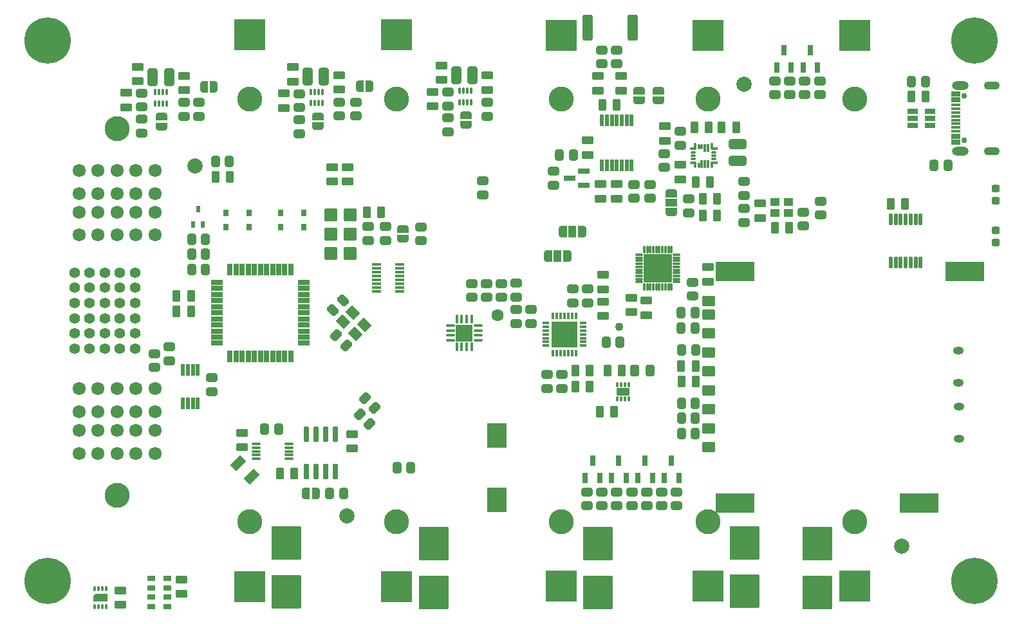
<source format=gbr>
%TF.GenerationSoftware,KiCad,Pcbnew,7.0.9-7.0.9~ubuntu23.04.1*%
%TF.CreationDate,2023-12-01T00:09:38+00:00*%
%TF.ProjectId,BATDATUNIT01,42415444-4154-4554-9e49-5430312e6b69,01A*%
%TF.SameCoordinates,Original*%
%TF.FileFunction,Soldermask,Bot*%
%TF.FilePolarity,Negative*%
%FSLAX46Y46*%
G04 Gerber Fmt 4.6, Leading zero omitted, Abs format (unit mm)*
G04 Created by KiCad (PCBNEW 7.0.9-7.0.9~ubuntu23.04.1) date 2023-12-01 00:09:38*
%MOMM*%
%LPD*%
G01*
G04 APERTURE LIST*
G04 Aperture macros list*
%AMRoundRect*
0 Rectangle with rounded corners*
0 $1 Rounding radius*
0 $2 $3 $4 $5 $6 $7 $8 $9 X,Y pos of 4 corners*
0 Add a 4 corners polygon primitive as box body*
4,1,4,$2,$3,$4,$5,$6,$7,$8,$9,$2,$3,0*
0 Add four circle primitives for the rounded corners*
1,1,$1+$1,$2,$3*
1,1,$1+$1,$4,$5*
1,1,$1+$1,$6,$7*
1,1,$1+$1,$8,$9*
0 Add four rect primitives between the rounded corners*
20,1,$1+$1,$2,$3,$4,$5,0*
20,1,$1+$1,$4,$5,$6,$7,0*
20,1,$1+$1,$6,$7,$8,$9,0*
20,1,$1+$1,$8,$9,$2,$3,0*%
%AMFreePoly0*
4,1,35,0.585355,0.785355,0.600000,0.750000,0.600000,-0.750000,0.585355,-0.785355,0.550000,-0.800000,0.000000,-0.800000,-0.012286,-0.794911,-0.071157,-0.794911,-0.085244,-0.792886,-0.221795,-0.752791,-0.234740,-0.746879,-0.354462,-0.669938,-0.365217,-0.660618,-0.458414,-0.553063,-0.466109,-0.541091,-0.525228,-0.411637,-0.529237,-0.397982,-0.549491,-0.257116,-0.550000,-0.250000,-0.550000,0.250000,
-0.549491,0.257116,-0.529237,0.397982,-0.525228,0.411637,-0.466109,0.541091,-0.458414,0.553063,-0.365217,0.660618,-0.354462,0.669938,-0.234740,0.746879,-0.221795,0.752791,-0.085244,0.792886,-0.071157,0.794911,-0.012286,0.794911,0.000000,0.800000,0.550000,0.800000,0.585355,0.785355,0.585355,0.785355,$1*%
%AMFreePoly1*
4,1,35,0.012286,0.794911,0.071157,0.794911,0.085244,0.792886,0.221795,0.752791,0.234740,0.746879,0.354462,0.669938,0.365217,0.660618,0.458414,0.553063,0.466109,0.541091,0.525228,0.411637,0.529237,0.397982,0.549491,0.257116,0.550000,0.250000,0.550000,-0.250000,0.549491,-0.257116,0.529237,-0.397982,0.525228,-0.411637,0.466109,-0.541091,0.458414,-0.553063,0.365217,-0.660618,
0.354462,-0.669938,0.234740,-0.746879,0.221795,-0.752791,0.085244,-0.792886,0.071157,-0.794911,0.012286,-0.794911,0.000000,-0.800000,-0.550000,-0.800000,-0.585355,-0.785355,-0.600000,-0.750000,-0.600000,0.750000,-0.585355,0.785355,-0.550000,0.800000,0.000000,0.800000,0.012286,0.794911,0.012286,0.794911,$1*%
%AMFreePoly2*
4,1,35,0.535355,0.785355,0.550000,0.750000,0.550000,-0.750000,0.535355,-0.785355,0.500000,-0.800000,0.000000,-0.800000,-0.012286,-0.794911,-0.071157,-0.794911,-0.085244,-0.792886,-0.221795,-0.752791,-0.234740,-0.746879,-0.354462,-0.669938,-0.365217,-0.660618,-0.458414,-0.553063,-0.466109,-0.541091,-0.525228,-0.411637,-0.529237,-0.397982,-0.549491,-0.257116,-0.550000,-0.250000,-0.550000,0.250000,
-0.549491,0.257116,-0.529237,0.397982,-0.525228,0.411637,-0.466109,0.541091,-0.458414,0.553063,-0.365217,0.660618,-0.354462,0.669938,-0.234740,0.746879,-0.221795,0.752791,-0.085244,0.792886,-0.071157,0.794911,-0.012286,0.794911,0.000000,0.800000,0.500000,0.800000,0.535355,0.785355,0.535355,0.785355,$1*%
%AMFreePoly3*
4,1,35,0.012286,0.794911,0.071157,0.794911,0.085244,0.792886,0.221795,0.752791,0.234740,0.746879,0.354462,0.669938,0.365217,0.660618,0.458414,0.553063,0.466109,0.541091,0.525228,0.411637,0.529237,0.397982,0.549491,0.257116,0.550000,0.250000,0.550000,-0.250000,0.549491,-0.257116,0.529237,-0.397982,0.525228,-0.411637,0.466109,-0.541091,0.458414,-0.553063,0.365217,-0.660618,
0.354462,-0.669938,0.234740,-0.746879,0.221795,-0.752791,0.085244,-0.792886,0.071157,-0.794911,0.012286,-0.794911,0.000000,-0.800000,-0.500000,-0.800000,-0.535355,-0.785355,-0.550000,-0.750000,-0.550000,0.750000,-0.535355,0.785355,-0.500000,0.800000,0.000000,0.800000,0.012286,0.794911,0.012286,0.794911,$1*%
%AMFreePoly4*
4,1,14,0.535355,0.885355,0.550000,0.850000,0.550000,-0.850000,0.535355,-0.885355,0.500000,-0.900000,-0.200000,-0.900000,-0.235355,-0.885355,-0.535355,-0.585355,-0.550000,-0.550000,-0.550000,0.850000,-0.535355,0.885355,-0.500000,0.900000,0.500000,0.900000,0.535355,0.885355,0.535355,0.885355,$1*%
G04 Aperture macros list end*
%ADD10C,3.300000*%
%ADD11RoundRect,0.050000X2.000000X-2.000000X2.000000X2.000000X-2.000000X2.000000X-2.000000X-2.000000X0*%
%ADD12C,6.100000*%
%ADD13O,1.400000X1.000000*%
%ADD14C,1.400000*%
%ADD15C,1.720000*%
%ADD16RoundRect,0.300000X0.450000X-0.262500X0.450000X0.262500X-0.450000X0.262500X-0.450000X-0.262500X0*%
%ADD17RoundRect,0.300000X-0.262500X-0.450000X0.262500X-0.450000X0.262500X0.450000X-0.262500X0.450000X0*%
%ADD18RoundRect,0.050000X0.475000X0.275000X-0.475000X0.275000X-0.475000X-0.275000X0.475000X-0.275000X0*%
%ADD19RoundRect,0.300000X0.475000X-0.250000X0.475000X0.250000X-0.475000X0.250000X-0.475000X-0.250000X0*%
%ADD20RoundRect,0.200000X0.150000X-0.512500X0.150000X0.512500X-0.150000X0.512500X-0.150000X-0.512500X0*%
%ADD21RoundRect,0.300000X0.375000X0.850000X-0.375000X0.850000X-0.375000X-0.850000X0.375000X-0.850000X0*%
%ADD22RoundRect,0.300000X-0.503814X-0.132583X-0.132583X-0.503814X0.503814X0.132583X0.132583X0.503814X0*%
%ADD23FreePoly0,0.000000*%
%ADD24RoundRect,0.050000X-0.500000X-0.750000X0.500000X-0.750000X0.500000X0.750000X-0.500000X0.750000X0*%
%ADD25FreePoly1,0.000000*%
%ADD26RoundRect,0.050000X-0.300000X-0.350000X0.300000X-0.350000X0.300000X0.350000X-0.300000X0.350000X0*%
%ADD27RoundRect,0.100000X-0.100000X0.285000X-0.100000X-0.285000X0.100000X-0.285000X0.100000X0.285000X0*%
%ADD28RoundRect,0.200000X-0.512500X-0.150000X0.512500X-0.150000X0.512500X0.150000X-0.512500X0.150000X0*%
%ADD29RoundRect,0.300000X-0.450000X0.262500X-0.450000X-0.262500X0.450000X-0.262500X0.450000X0.262500X0*%
%ADD30RoundRect,0.050000X-1.905000X2.120000X-1.905000X-2.120000X1.905000X-2.120000X1.905000X2.120000X0*%
%ADD31RoundRect,0.300000X-0.362500X-1.425000X0.362500X-1.425000X0.362500X1.425000X-0.362500X1.425000X0*%
%ADD32FreePoly2,270.000000*%
%ADD33FreePoly3,270.000000*%
%ADD34RoundRect,0.125000X0.462500X0.075000X-0.462500X0.075000X-0.462500X-0.075000X0.462500X-0.075000X0*%
%ADD35RoundRect,0.125000X0.075000X0.462500X-0.075000X0.462500X-0.075000X-0.462500X0.075000X-0.462500X0*%
%ADD36RoundRect,0.050000X1.075000X1.075000X-1.075000X1.075000X-1.075000X-1.075000X1.075000X-1.075000X0*%
%ADD37RoundRect,0.300000X0.250000X0.475000X-0.250000X0.475000X-0.250000X-0.475000X0.250000X-0.475000X0*%
%ADD38C,0.750000*%
%ADD39RoundRect,0.050000X-0.575000X0.300000X-0.575000X-0.300000X0.575000X-0.300000X0.575000X0.300000X0*%
%ADD40RoundRect,0.050000X-0.575000X0.150000X-0.575000X-0.150000X0.575000X-0.150000X0.575000X0.150000X0*%
%ADD41O,2.100000X1.100000*%
%ADD42O,2.200000X1.150000*%
%ADD43RoundRect,0.300000X-0.325000X-0.450000X0.325000X-0.450000X0.325000X0.450000X-0.325000X0.450000X0*%
%ADD44RoundRect,0.050000X-0.525000X0.150000X-0.525000X-0.150000X0.525000X-0.150000X0.525000X0.150000X0*%
%ADD45C,1.600000*%
%ADD46C,2.000000*%
%ADD47RoundRect,0.300000X0.850000X-0.375000X0.850000X0.375000X-0.850000X0.375000X-0.850000X-0.375000X0*%
%ADD48RoundRect,0.300000X-0.475000X0.250000X-0.475000X-0.250000X0.475000X-0.250000X0.475000X0.250000X0*%
%ADD49RoundRect,0.300000X-0.250000X-0.475000X0.250000X-0.475000X0.250000X0.475000X-0.250000X0.475000X0*%
%ADD50RoundRect,0.300000X0.262500X0.450000X-0.262500X0.450000X-0.262500X-0.450000X0.262500X-0.450000X0*%
%ADD51FreePoly2,90.000000*%
%ADD52FreePoly3,90.000000*%
%ADD53RoundRect,0.050000X-0.919239X0.070711X0.070711X-0.919239X0.919239X-0.070711X-0.070711X0.919239X0*%
%ADD54RoundRect,0.050000X0.125000X-0.250000X0.125000X0.250000X-0.125000X0.250000X-0.125000X-0.250000X0*%
%ADD55RoundRect,0.050000X0.800000X-0.450000X0.800000X0.450000X-0.800000X0.450000X-0.800000X-0.450000X0*%
%ADD56FreePoly0,180.000000*%
%ADD57RoundRect,0.050000X0.500000X0.750000X-0.500000X0.750000X-0.500000X-0.750000X0.500000X-0.750000X0*%
%ADD58FreePoly1,180.000000*%
%ADD59RoundRect,0.200000X0.150000X-0.825000X0.150000X0.825000X-0.150000X0.825000X-0.150000X-0.825000X0*%
%ADD60RoundRect,0.050000X0.225000X0.725000X-0.225000X0.725000X-0.225000X-0.725000X0.225000X-0.725000X0*%
%ADD61C,1.100000*%
%ADD62RoundRect,0.050000X0.300000X0.350000X-0.300000X0.350000X-0.300000X-0.350000X0.300000X-0.350000X0*%
%ADD63RoundRect,0.050000X0.800000X0.600000X-0.800000X0.600000X-0.800000X-0.600000X0.800000X-0.600000X0*%
%ADD64RoundRect,0.050000X-0.800000X0.600000X-0.800000X-0.600000X0.800000X-0.600000X0.800000X0.600000X0*%
%ADD65RoundRect,0.050000X2.500000X1.250000X-2.500000X1.250000X-2.500000X-1.250000X2.500000X-1.250000X0*%
%ADD66FreePoly0,90.000000*%
%ADD67RoundRect,0.050000X0.750000X-0.500000X0.750000X0.500000X-0.750000X0.500000X-0.750000X-0.500000X0*%
%ADD68FreePoly1,90.000000*%
%ADD69RoundRect,0.112500X0.062500X-0.337500X0.062500X0.337500X-0.062500X0.337500X-0.062500X-0.337500X0*%
%ADD70RoundRect,0.112500X0.337500X-0.062500X0.337500X0.062500X-0.337500X0.062500X-0.337500X-0.062500X0*%
%ADD71RoundRect,0.050000X1.675000X-1.675000X1.675000X1.675000X-1.675000X1.675000X-1.675000X-1.675000X0*%
%ADD72RoundRect,0.050000X0.225000X0.350000X-0.225000X0.350000X-0.225000X-0.350000X0.225000X-0.350000X0*%
%ADD73RoundRect,0.050000X0.225000X-0.725000X0.225000X0.725000X-0.225000X0.725000X-0.225000X-0.725000X0*%
%ADD74RoundRect,0.100000X-0.337500X0.050000X-0.337500X-0.050000X0.337500X-0.050000X0.337500X0.050000X0*%
%ADD75RoundRect,0.100000X0.050000X0.337500X-0.050000X0.337500X-0.050000X-0.337500X0.050000X-0.337500X0*%
%ADD76RoundRect,0.100000X-0.262500X0.050000X-0.262500X-0.050000X0.262500X-0.050000X0.262500X0.050000X0*%
%ADD77RoundRect,0.100000X0.337500X-0.050000X0.337500X0.050000X-0.337500X0.050000X-0.337500X-0.050000X0*%
%ADD78RoundRect,0.100000X-0.050000X-0.262500X0.050000X-0.262500X0.050000X0.262500X-0.050000X0.262500X0*%
%ADD79RoundRect,0.100000X-0.050000X-0.450000X0.050000X-0.450000X0.050000X0.450000X-0.050000X0.450000X0*%
%ADD80RoundRect,0.100000X-0.050000X-0.337500X0.050000X-0.337500X0.050000X0.337500X-0.050000X0.337500X0*%
%ADD81RoundRect,0.100000X0.362500X-0.050000X0.362500X0.050000X-0.362500X0.050000X-0.362500X-0.050000X0*%
%ADD82RoundRect,0.100000X-0.362500X0.050000X-0.362500X-0.050000X0.362500X-0.050000X0.362500X0.050000X0*%
%ADD83RoundRect,0.050000X1.250000X-1.525000X1.250000X1.525000X-1.250000X1.525000X-1.250000X-1.525000X0*%
%ADD84RoundRect,0.050000X-0.125000X0.275000X-0.125000X-0.275000X0.125000X-0.275000X0.125000X0.275000X0*%
%ADD85RoundRect,0.050000X0.125000X-0.275000X0.125000X0.275000X-0.125000X0.275000X-0.125000X-0.275000X0*%
%ADD86FreePoly4,270.000000*%
%ADD87FreePoly2,180.000000*%
%ADD88FreePoly3,180.000000*%
%ADD89RoundRect,0.300000X-0.512652X-0.159099X-0.159099X-0.512652X0.512652X0.159099X0.159099X0.512652X0*%
%ADD90RoundRect,0.300000X0.250000X-0.200000X0.250000X0.200000X-0.250000X0.200000X-0.250000X-0.200000X0*%
%ADD91RoundRect,0.050000X0.989949X0.282843X0.282843X0.989949X-0.989949X-0.282843X-0.282843X-0.989949X0*%
%ADD92RoundRect,0.200000X0.587500X0.150000X-0.587500X0.150000X-0.587500X-0.150000X0.587500X-0.150000X0*%
%ADD93RoundRect,0.050000X-0.550000X-0.125000X0.550000X-0.125000X0.550000X0.125000X-0.550000X0.125000X0*%
%ADD94RoundRect,0.050000X-0.575000X-0.500000X0.575000X-0.500000X0.575000X0.500000X-0.575000X0.500000X0*%
%ADD95RoundRect,0.050000X-0.762000X-0.762000X0.762000X-0.762000X0.762000X0.762000X-0.762000X0.762000X0*%
%ADD96RoundRect,0.300000X0.159099X-0.512652X0.512652X-0.159099X-0.159099X0.512652X-0.512652X0.159099X0*%
%ADD97RoundRect,0.050000X-0.425000X0.100000X-0.425000X-0.100000X0.425000X-0.100000X0.425000X0.100000X0*%
%ADD98RoundRect,0.050000X-0.100000X-0.425000X0.100000X-0.425000X0.100000X0.425000X-0.100000X0.425000X0*%
%ADD99RoundRect,0.050000X-1.800000X-1.800000X1.800000X-1.800000X1.800000X1.800000X-1.800000X1.800000X0*%
%ADD100RoundRect,0.150000X0.100000X-0.637500X0.100000X0.637500X-0.100000X0.637500X-0.100000X-0.637500X0*%
%ADD101RoundRect,0.050000X0.750000X0.275000X-0.750000X0.275000X-0.750000X-0.275000X0.750000X-0.275000X0*%
%ADD102RoundRect,0.050000X0.275000X-0.750000X0.275000X0.750000X-0.275000X0.750000X-0.275000X-0.750000X0*%
G04 APERTURE END LIST*
D10*
%TO.C,BT1*%
X36486000Y15116000D03*
X55786000Y15116000D03*
X36486000Y70736000D03*
X55786000Y70736000D03*
D11*
X36486000Y6626000D03*
X36486000Y79226000D03*
X55786000Y6626000D03*
X55786000Y79226000D03*
%TD*%
D12*
%TO.C,H2*%
X131826000Y78486000D03*
%TD*%
D13*
%TO.C,SW3*%
X129736000Y33401000D03*
X129736000Y37651000D03*
%TD*%
D12*
%TO.C,H1*%
X9906000Y78486000D03*
%TD*%
D10*
%TO.C,BT2*%
X77486000Y15121000D03*
X96786000Y15121000D03*
X116086000Y15121000D03*
X77486000Y70731000D03*
X96786000Y70731000D03*
X116086000Y70731000D03*
D11*
X77486000Y6676000D03*
X77486000Y79176000D03*
X96786000Y6676000D03*
X96786000Y79176000D03*
X116086000Y6676000D03*
X116086000Y79176000D03*
%TD*%
D12*
%TO.C,H4*%
X131826000Y7366000D03*
%TD*%
%TO.C,H3*%
X9906000Y7366000D03*
%TD*%
D10*
%TO.C,J4*%
X19036000Y66856000D03*
X19036000Y18646000D03*
D14*
X13436000Y37926000D03*
X13436000Y39926000D03*
X13436000Y41926000D03*
X13436000Y43926000D03*
X13436000Y45926000D03*
X13436000Y47926000D03*
X15436000Y37926000D03*
X15436000Y39926000D03*
X15436000Y41926000D03*
X15436000Y43926000D03*
X15436000Y45926000D03*
X15436000Y47926000D03*
X17436000Y37926000D03*
X17436000Y39926000D03*
X17436000Y41926000D03*
X17436000Y43926000D03*
X17436000Y45926000D03*
X17436000Y47926000D03*
X19436000Y37926000D03*
X19436000Y39926000D03*
X19436000Y41926000D03*
X19436000Y43926000D03*
X19436000Y45926000D03*
X19436000Y47926000D03*
X21436000Y37926000D03*
X21436000Y39926000D03*
X21436000Y41926000D03*
X21436000Y43926000D03*
X21436000Y45926000D03*
X21436000Y47926000D03*
D15*
X24036000Y27146000D03*
X21536000Y27146000D03*
X19036000Y27146000D03*
X16536000Y27146000D03*
X14036000Y27146000D03*
X24036000Y24146000D03*
X21536000Y24146000D03*
X19036000Y24146000D03*
X16536000Y24146000D03*
X14036000Y24146000D03*
X24036000Y32646000D03*
X21536000Y32646000D03*
X19036000Y32646000D03*
X16536000Y32646000D03*
X14036000Y32646000D03*
X24036000Y29646000D03*
X21536000Y29646000D03*
X19036000Y29646000D03*
X16536000Y29646000D03*
X14036000Y29646000D03*
X24036000Y55856000D03*
X21536000Y55856000D03*
X19036000Y55856000D03*
X16536000Y55856000D03*
X14036000Y55856000D03*
X24036000Y52856000D03*
X21536000Y52856000D03*
X19036000Y52856000D03*
X16536000Y52856000D03*
X14036000Y52856000D03*
X24036000Y61356000D03*
X21536000Y61356000D03*
X19036000Y61356000D03*
X16536000Y61356000D03*
X14036000Y61356000D03*
X24036000Y58356000D03*
X21536000Y58356000D03*
X19036000Y58356000D03*
X16536000Y58356000D03*
X14036000Y58356000D03*
%TD*%
D13*
%TO.C,SW1*%
X129836000Y26051000D03*
X129836000Y30301000D03*
%TD*%
D16*
%TO.C,R35*%
X84786000Y17213500D03*
X84786000Y19038500D03*
%TD*%
D17*
%TO.C,R10*%
X93273500Y28726000D03*
X95098500Y28726000D03*
%TD*%
D18*
%TO.C,U9*%
X25659750Y7704750D03*
X25659750Y6454750D03*
X25659750Y5204750D03*
X25659750Y3954750D03*
X23509750Y3954750D03*
X23509750Y5204750D03*
X23509750Y6454750D03*
X23509750Y7704750D03*
%TD*%
D19*
%TO.C,C39*%
X61736000Y73266000D03*
X61736000Y75166000D03*
%TD*%
D20*
%TO.C,Q2*%
X89469330Y20888500D03*
X87569330Y20888500D03*
X88519330Y23163500D03*
%TD*%
D21*
%TO.C,L3*%
X46261000Y73711000D03*
X44111000Y73711000D03*
%TD*%
D22*
%TO.C,R37*%
X50940765Y29271235D03*
X52231235Y27980765D03*
%TD*%
D23*
%TO.C,JP2*%
X75686000Y50126000D03*
D24*
X76986000Y50126000D03*
D25*
X78286000Y50126000D03*
%TD*%
D26*
%TO.C,SW2*%
X33386000Y53901000D03*
X36386000Y53901000D03*
X33386000Y55801000D03*
X36386000Y55801000D03*
%TD*%
D27*
%TO.C,U17*%
X24086000Y71658500D03*
X24586000Y71658500D03*
X25086000Y71658500D03*
X25586000Y71658500D03*
X25586000Y70178500D03*
X25086000Y70178500D03*
X24586000Y70178500D03*
X24086000Y70178500D03*
%TD*%
D28*
%TO.C,U2*%
X123711000Y67276000D03*
X123711000Y68226000D03*
X123711000Y69176000D03*
X125986000Y69176000D03*
X125986000Y68226000D03*
X125986000Y67276000D03*
%TD*%
D29*
%TO.C,R14*%
X101537600Y56357100D03*
X101537600Y54532100D03*
%TD*%
D30*
%TO.C,F3*%
X82309800Y12223800D03*
X82309800Y5853800D03*
%TD*%
D31*
%TO.C,R61*%
X80923500Y80126000D03*
X86848500Y80126000D03*
%TD*%
D32*
%TO.C,JP12*%
X87736000Y71876000D03*
D33*
X87736000Y70576000D03*
%TD*%
D34*
%TO.C,U4*%
X66548500Y40956000D03*
X66548500Y40306000D03*
X66548500Y39656000D03*
X66548500Y39006000D03*
D35*
X65686000Y38143500D03*
X65036000Y38143500D03*
X64386000Y38143500D03*
X63736000Y38143500D03*
D34*
X62873500Y39006000D03*
X62873500Y39656000D03*
X62873500Y40306000D03*
X62873500Y40956000D03*
D35*
X63736000Y41818500D03*
X64386000Y41818500D03*
X65036000Y41818500D03*
X65686000Y41818500D03*
D36*
X64711000Y39981000D03*
%TD*%
D37*
%TO.C,C15*%
X28786000Y42826000D03*
X26886000Y42826000D03*
%TD*%
%TO.C,C35*%
X122686000Y56951000D03*
X120786000Y56951000D03*
%TD*%
D38*
%TO.C,J1*%
X130456000Y71146000D03*
X130456000Y65366000D03*
D39*
X129381000Y71456000D03*
X129381000Y70656000D03*
D40*
X129381000Y69506000D03*
X129381000Y68506000D03*
X129381000Y68006000D03*
X129381000Y67006000D03*
D39*
X129381000Y65056000D03*
X129381000Y65856000D03*
D40*
X129381000Y66506000D03*
X129381000Y67506000D03*
X129381000Y69006000D03*
X129381000Y70006000D03*
D41*
X134136000Y72576000D03*
X134136000Y63936000D03*
D42*
X129956000Y72576000D03*
X129956000Y63936000D03*
%TD*%
D43*
%TO.C,L5*%
X87111000Y35026000D03*
X89161000Y35026000D03*
%TD*%
D37*
%TO.C,C45*%
X84436000Y29576000D03*
X82536000Y29576000D03*
%TD*%
D19*
%TO.C,C24*%
X91086000Y65276000D03*
X91086000Y67176000D03*
%TD*%
D44*
%TO.C,U7*%
X56186000Y48976000D03*
X56186000Y48476000D03*
X56186000Y47976000D03*
X56186000Y47476000D03*
X56186000Y46976000D03*
X56186000Y46476000D03*
X56186000Y45976000D03*
X56186000Y45476000D03*
X53186000Y45476000D03*
X53186000Y45976000D03*
X53186000Y46476000D03*
X53186000Y46976000D03*
X53186000Y47476000D03*
X53186000Y47976000D03*
X53186000Y48476000D03*
X53186000Y48976000D03*
%TD*%
D45*
%TO.C,TP2*%
X69136000Y42326000D03*
%TD*%
D29*
%TO.C,R50*%
X105586000Y73163500D03*
X105586000Y71338500D03*
%TD*%
D16*
%TO.C,R73*%
X50436000Y68536000D03*
X50436000Y70361000D03*
%TD*%
D46*
%TO.C,FID2*%
X49286000Y15926000D03*
%TD*%
D47*
%TO.C,L1*%
X100686000Y62651000D03*
X100686000Y64801000D03*
%TD*%
D48*
%TO.C,C18*%
X27486000Y7529750D03*
X27486000Y5629750D03*
%TD*%
D29*
%TO.C,R52*%
X94236000Y57638500D03*
X94236000Y55813500D03*
%TD*%
D16*
%TO.C,R27*%
X88719332Y17213500D03*
X88719332Y19038500D03*
%TD*%
D48*
%TO.C,C3*%
X96786000Y48626000D03*
X96786000Y46726000D03*
%TD*%
D49*
%TO.C,C6*%
X79336000Y32926000D03*
X81236000Y32926000D03*
%TD*%
D50*
%TO.C,R29*%
X85186000Y38726000D03*
X83361000Y38726000D03*
%TD*%
D51*
%TO.C,JP9*%
X64986000Y67366000D03*
D52*
X64986000Y68666000D03*
%TD*%
D48*
%TO.C,C10*%
X47326000Y61826000D03*
X47326000Y59926000D03*
%TD*%
D49*
%TO.C,C21*%
X31986000Y60516000D03*
X33886000Y60516000D03*
%TD*%
D17*
%TO.C,R44*%
X28836000Y52326000D03*
X30661000Y52326000D03*
%TD*%
D29*
%TO.C,R39*%
X58986000Y53938500D03*
X58986000Y52113500D03*
%TD*%
D46*
%TO.C,FID1*%
X29286000Y61926000D03*
%TD*%
D19*
%TO.C,C20*%
X35486000Y24956000D03*
X35486000Y26856000D03*
%TD*%
D29*
%TO.C,R12*%
X67186000Y59988500D03*
X67186000Y58163500D03*
%TD*%
%TO.C,R38*%
X54386000Y53988500D03*
X54386000Y52163500D03*
%TD*%
D48*
%TO.C,C50*%
X49924800Y26676600D03*
X49924800Y24776600D03*
%TD*%
D20*
%TO.C,Q6*%
X107711000Y74951000D03*
X105811000Y74951000D03*
X106761000Y77226000D03*
%TD*%
D53*
%TO.C,Y2*%
X50013081Y42633081D03*
X51568716Y41077446D03*
X50366635Y39875365D03*
X48811000Y41431000D03*
%TD*%
D29*
%TO.C,R13*%
X101536000Y59893500D03*
X101536000Y58068500D03*
%TD*%
D19*
%TO.C,C29*%
X82286000Y71876000D03*
X82286000Y73776000D03*
%TD*%
D54*
%TO.C,U18*%
X86336000Y31276000D03*
X85836000Y31276000D03*
X85336000Y31276000D03*
X84836000Y31276000D03*
X84836000Y33176000D03*
X85336000Y33176000D03*
X85836000Y33176000D03*
X86336000Y33176000D03*
D55*
X85586000Y32226000D03*
%TD*%
D17*
%TO.C,R9*%
X93273500Y30676000D03*
X95098500Y30676000D03*
%TD*%
D16*
%TO.C,R72*%
X48236000Y68548500D03*
X48236000Y70373500D03*
%TD*%
D29*
%TO.C,R51*%
X109511000Y73138500D03*
X109511000Y71313500D03*
%TD*%
D50*
%TO.C,R6*%
X95048500Y42626000D03*
X93223500Y42626000D03*
%TD*%
D21*
%TO.C,L2*%
X65811000Y73866000D03*
X63661000Y73866000D03*
%TD*%
D56*
%TO.C,JP1*%
X80236000Y53300000D03*
D57*
X78936000Y53300000D03*
D58*
X77636000Y53300000D03*
%TD*%
D20*
%TO.C,Q5*%
X111211000Y74926000D03*
X109311000Y74926000D03*
X110261000Y77201000D03*
%TD*%
D48*
%TO.C,C34*%
X84786000Y59556000D03*
X84786000Y57656000D03*
%TD*%
D17*
%TO.C,R8*%
X93323500Y37726000D03*
X95148500Y37726000D03*
%TD*%
D50*
%TO.C,R18*%
X30686000Y50326000D03*
X28861000Y50326000D03*
%TD*%
D16*
%TO.C,R46*%
X23986000Y35413500D03*
X23986000Y37238500D03*
%TD*%
%TO.C,R48*%
X107511000Y71338500D03*
X107511000Y73163500D03*
%TD*%
%TO.C,R31*%
X86752666Y17213500D03*
X86752666Y19038500D03*
%TD*%
D29*
%TO.C,R56*%
X91022000Y63596100D03*
X91022000Y61771100D03*
%TD*%
D59*
%TO.C,U5*%
X47791000Y21701000D03*
X46521000Y21701000D03*
X45251000Y21701000D03*
X43981000Y21701000D03*
X43981000Y26651000D03*
X45251000Y26651000D03*
X46521000Y26651000D03*
X47791000Y26651000D03*
%TD*%
D60*
%TO.C,U11*%
X29661000Y30726000D03*
X29011000Y30726000D03*
X28361000Y30726000D03*
X27711000Y30726000D03*
X27711000Y35126000D03*
X28361000Y35126000D03*
X29011000Y35126000D03*
X29661000Y35126000D03*
%TD*%
D61*
%TO.C,TP1*%
X85086000Y40826000D03*
%TD*%
D50*
%TO.C,R7*%
X95048500Y40626000D03*
X93223500Y40626000D03*
%TD*%
D16*
%TO.C,R19*%
X82819334Y17213500D03*
X82819334Y19038500D03*
%TD*%
D20*
%TO.C,Q1*%
X82535998Y20888500D03*
X80635998Y20888500D03*
X81585998Y23163500D03*
%TD*%
D29*
%TO.C,R80*%
X22286000Y68106000D03*
X22286000Y66281000D03*
%TD*%
D17*
%TO.C,R43*%
X32003500Y62546000D03*
X33828500Y62546000D03*
%TD*%
D62*
%TO.C,SW4*%
X43586000Y55801000D03*
X40586000Y55801000D03*
X43586000Y53901000D03*
X40586000Y53901000D03*
%TD*%
D29*
%TO.C,R79*%
X22286000Y71531000D03*
X22286000Y69706000D03*
%TD*%
D63*
%TO.C,J2*%
X96861000Y27441000D03*
X96861000Y29941000D03*
X96861000Y32441000D03*
X96861000Y34941000D03*
X96861000Y37441000D03*
X96861000Y39941000D03*
X96861000Y42371000D03*
X96861000Y44171000D03*
D64*
X96861000Y24941000D03*
D65*
X100361000Y48056000D03*
X100361000Y17606000D03*
X124561000Y17606000D03*
X130561000Y48056000D03*
%TD*%
D48*
%TO.C,C42*%
X60536000Y71716000D03*
X60536000Y69816000D03*
%TD*%
D49*
%TO.C,C7*%
X79336000Y35026000D03*
X81236000Y35026000D03*
%TD*%
D37*
%TO.C,C27*%
X97036000Y59801000D03*
X95136000Y59801000D03*
%TD*%
D16*
%TO.C,R24*%
X71586000Y41251000D03*
X71586000Y43076000D03*
%TD*%
%TO.C,R25*%
X73536000Y41251000D03*
X73536000Y43076000D03*
%TD*%
D49*
%TO.C,C12*%
X51886000Y55826000D03*
X53786000Y55826000D03*
%TD*%
D17*
%TO.C,R2*%
X126536000Y62076000D03*
X128361000Y62076000D03*
%TD*%
D19*
%TO.C,C38*%
X27836000Y71918500D03*
X27836000Y73818500D03*
%TD*%
D37*
%TO.C,C46*%
X85436000Y35026000D03*
X83536000Y35026000D03*
%TD*%
%TO.C,C5*%
X125436000Y71076000D03*
X123536000Y71076000D03*
%TD*%
D19*
%TO.C,C40*%
X42186000Y73061000D03*
X42186000Y74961000D03*
%TD*%
D16*
%TO.C,R55*%
X89167800Y57713500D03*
X89167800Y59538500D03*
%TD*%
%TO.C,R26*%
X80852668Y17213500D03*
X80852668Y19038500D03*
%TD*%
D37*
%TO.C,C47*%
X95161000Y35626000D03*
X93261000Y35626000D03*
%TD*%
D48*
%TO.C,C2*%
X88686000Y44251000D03*
X88686000Y42351000D03*
%TD*%
D66*
%TO.C,JP5*%
X91936000Y55826000D03*
D67*
X91936000Y57126000D03*
D68*
X91936000Y58426000D03*
%TD*%
D16*
%TO.C,R15*%
X75586000Y32687500D03*
X75586000Y34512500D03*
%TD*%
D30*
%TO.C,F2*%
X60694400Y12223800D03*
X60694400Y5853800D03*
%TD*%
D69*
%TO.C,U3*%
X79386000Y37356000D03*
X78886000Y37356000D03*
X78386000Y37356000D03*
X77886000Y37356000D03*
X77386000Y37356000D03*
X76886000Y37356000D03*
X76386000Y37356000D03*
D70*
X75436000Y38306000D03*
X75436000Y38806000D03*
X75436000Y39306000D03*
X75436000Y39806000D03*
X75436000Y40306000D03*
X75436000Y40806000D03*
X75436000Y41306000D03*
D69*
X76386000Y42256000D03*
X76886000Y42256000D03*
X77386000Y42256000D03*
X77886000Y42256000D03*
X78386000Y42256000D03*
X78886000Y42256000D03*
X79386000Y42256000D03*
D70*
X80336000Y41306000D03*
X80336000Y40806000D03*
X80336000Y40306000D03*
X80336000Y39806000D03*
X80336000Y39306000D03*
X80336000Y38806000D03*
X80336000Y38306000D03*
D71*
X77886000Y39806000D03*
%TD*%
D19*
%TO.C,C4*%
X103620400Y55104200D03*
X103620400Y57004200D03*
%TD*%
D72*
%TO.C,D6*%
X30336000Y54276000D03*
X29036000Y54276000D03*
X29686000Y56276000D03*
%TD*%
D50*
%TO.C,R82*%
X40270900Y27301400D03*
X38445900Y27301400D03*
%TD*%
D16*
%TO.C,R57*%
X93155600Y64666700D03*
X93155600Y66491700D03*
%TD*%
D17*
%TO.C,R5*%
X123573500Y73026000D03*
X125398500Y73026000D03*
%TD*%
D16*
%TO.C,R42*%
X31536000Y32263500D03*
X31536000Y34088500D03*
%TD*%
D37*
%TO.C,C48*%
X95186000Y33601000D03*
X93286000Y33601000D03*
%TD*%
D21*
%TO.C,L4*%
X25886000Y73668500D03*
X23736000Y73668500D03*
%TD*%
D50*
%TO.C,R28*%
X30686000Y48326000D03*
X28861000Y48326000D03*
%TD*%
D73*
%TO.C,U12*%
X86736000Y62076000D03*
X86086000Y62076000D03*
X85436000Y62076000D03*
X84786000Y62076000D03*
X84136000Y62076000D03*
X83486000Y62076000D03*
X82836000Y62076000D03*
X82836000Y67976000D03*
X83486000Y67976000D03*
X84136000Y67976000D03*
X84786000Y67976000D03*
X85436000Y67976000D03*
X86086000Y67976000D03*
X86736000Y67976000D03*
%TD*%
D16*
%TO.C,R17*%
X77586000Y32687500D03*
X77586000Y34512500D03*
%TD*%
D46*
%TO.C,FID3*%
X101486000Y72726000D03*
%TD*%
D74*
%TO.C,U13*%
X94838500Y62376000D03*
D75*
X95126000Y62088500D03*
D76*
X94823500Y62919000D03*
X94813500Y63319000D03*
X94813500Y63719000D03*
D75*
X95126000Y64563500D03*
D77*
X94838500Y64276000D03*
D78*
X95576000Y64538500D03*
X95976000Y64538500D03*
D79*
X96376000Y64356000D03*
X96776000Y64356000D03*
D80*
X97276000Y64563500D03*
D81*
X97588500Y64276000D03*
D76*
X97583500Y63719000D03*
X97583500Y63319000D03*
X97583500Y62919000D03*
D80*
X97276000Y62088500D03*
D82*
X97588500Y62376000D03*
D79*
X96776000Y62196000D03*
X96376000Y62196000D03*
X95976000Y62196000D03*
D78*
X95576000Y62016000D03*
%TD*%
D19*
%TO.C,C16*%
X19486000Y4179750D03*
X19486000Y6079750D03*
%TD*%
D29*
%TO.C,R78*%
X42986000Y68023500D03*
X42986000Y66198500D03*
%TD*%
%TO.C,R75*%
X62536000Y71678500D03*
X62536000Y69853500D03*
%TD*%
D50*
%TO.C,R45*%
X57698500Y22226000D03*
X55873500Y22226000D03*
%TD*%
D16*
%TO.C,R21*%
X67636000Y44676000D03*
X67636000Y46501000D03*
%TD*%
D83*
%TO.C,BZ1*%
X69036000Y18001000D03*
X69036000Y26451000D03*
%TD*%
D16*
%TO.C,R32*%
X92652668Y17213500D03*
X92652668Y19038500D03*
%TD*%
%TO.C,R4*%
X111570600Y55497300D03*
X111570600Y57322300D03*
%TD*%
D84*
%TO.C,U6*%
X16134750Y6329750D03*
X16634750Y6329750D03*
X17134750Y6329750D03*
D85*
X17634750Y6329750D03*
D84*
X17634750Y3979750D03*
X17134750Y3979750D03*
X16634750Y3979750D03*
X16134750Y3979750D03*
D86*
X16884750Y5154750D03*
%TD*%
D19*
%TO.C,C41*%
X21736000Y73106000D03*
X21736000Y75006000D03*
%TD*%
%TO.C,C36*%
X67736000Y71966000D03*
X67736000Y73866000D03*
%TD*%
D51*
%TO.C,JP10*%
X45486000Y67211000D03*
D52*
X45486000Y68511000D03*
%TD*%
D48*
%TO.C,C1*%
X82986000Y47626000D03*
X82986000Y45726000D03*
%TD*%
D87*
%TO.C,JP4*%
X45186000Y18876000D03*
D88*
X43886000Y18876000D03*
%TD*%
D27*
%TO.C,U16*%
X44536000Y71701000D03*
X45036000Y71701000D03*
X45536000Y71701000D03*
X46036000Y71701000D03*
X46036000Y70221000D03*
X45536000Y70221000D03*
X45036000Y70221000D03*
X44536000Y70221000D03*
%TD*%
D46*
%TO.C,FID4*%
X122286000Y11926000D03*
%TD*%
D29*
%TO.C,R54*%
X87086000Y59538500D03*
X87086000Y57713500D03*
%TD*%
%TO.C,R59*%
X82786000Y77238500D03*
X82786000Y75413500D03*
%TD*%
%TO.C,R1*%
X94786000Y46651000D03*
X94786000Y44826000D03*
%TD*%
D89*
%TO.C,C14*%
X47864249Y39697751D03*
X49207751Y38354249D03*
%TD*%
D90*
%TO.C,D8*%
X134586000Y57426000D03*
X134586000Y59026000D03*
%TD*%
D29*
%TO.C,R3*%
X109335400Y55899900D03*
X109335400Y54074900D03*
%TD*%
D16*
%TO.C,R33*%
X80936000Y43963500D03*
X80936000Y45788500D03*
%TD*%
D87*
%TO.C,JP7*%
X31786000Y72368500D03*
D88*
X30486000Y72368500D03*
%TD*%
D27*
%TO.C,U15*%
X64086000Y71856000D03*
X64586000Y71856000D03*
X65086000Y71856000D03*
X65586000Y71856000D03*
X65586000Y70376000D03*
X65086000Y70376000D03*
X64586000Y70376000D03*
X64086000Y70376000D03*
%TD*%
D91*
%TO.C,Y3*%
X34952117Y22859883D03*
X36719883Y21092117D03*
%TD*%
D19*
%TO.C,C31*%
X80986000Y63426000D03*
X80986000Y65326000D03*
%TD*%
D92*
%TO.C,Q7*%
X80473500Y61276000D03*
X80473500Y59376000D03*
X78598500Y60326000D03*
%TD*%
D93*
%TO.C,U10*%
X37336000Y23406000D03*
X37336000Y23906000D03*
X37336000Y24406000D03*
X37336000Y24906000D03*
X37336000Y25406000D03*
X41636000Y25406000D03*
X41636000Y24906000D03*
X41636000Y24406000D03*
X41636000Y23906000D03*
X41636000Y23406000D03*
%TD*%
D20*
%TO.C,Q4*%
X92935998Y20888500D03*
X91035998Y20888500D03*
X91985998Y23163500D03*
%TD*%
D94*
%TO.C,Y1*%
X105615600Y57186000D03*
X107365600Y57186000D03*
X107365600Y55786000D03*
X105615600Y55786000D03*
%TD*%
D90*
%TO.C,D7*%
X134586000Y51901000D03*
X134586000Y53501000D03*
%TD*%
D95*
%TO.C,J3*%
X47166000Y50436000D03*
X49706000Y50436000D03*
X47166000Y52976000D03*
X49706000Y52976000D03*
X47166000Y55516000D03*
X49706000Y55516000D03*
%TD*%
D16*
%TO.C,R70*%
X27836000Y68481000D03*
X27836000Y70306000D03*
%TD*%
D29*
%TO.C,R40*%
X52086000Y53988500D03*
X52086000Y52163500D03*
%TD*%
D49*
%TO.C,C32*%
X98586000Y67026000D03*
X100486000Y67026000D03*
%TD*%
D48*
%TO.C,C25*%
X82640000Y59569600D03*
X82640000Y57669600D03*
%TD*%
D32*
%TO.C,JP11*%
X90286000Y71876000D03*
D33*
X90286000Y70576000D03*
%TD*%
D37*
%TO.C,C17*%
X42336000Y21506000D03*
X40436000Y21506000D03*
%TD*%
D49*
%TO.C,C26*%
X82886000Y70026000D03*
X84786000Y70026000D03*
%TD*%
D96*
%TO.C,C9*%
X47414249Y42954249D03*
X48757751Y44297751D03*
%TD*%
D22*
%TO.C,R36*%
X51640765Y31371235D03*
X52931235Y30080765D03*
%TD*%
D49*
%TO.C,C23*%
X96066400Y55419200D03*
X97966400Y55419200D03*
%TD*%
D20*
%TO.C,Q3*%
X86002664Y20888500D03*
X84102664Y20888500D03*
X85052664Y23163500D03*
%TD*%
D19*
%TO.C,C37*%
X48236000Y72011000D03*
X48236000Y73911000D03*
%TD*%
D16*
%TO.C,R81*%
X71586000Y44708500D03*
X71586000Y46533500D03*
%TD*%
D48*
%TO.C,C44*%
X20236000Y71568500D03*
X20236000Y69668500D03*
%TD*%
D29*
%TO.C,R77*%
X42986000Y71473500D03*
X42986000Y69648500D03*
%TD*%
D30*
%TO.C,F5*%
X111189600Y12223800D03*
X111189600Y5853800D03*
%TD*%
D48*
%TO.C,C43*%
X40986000Y71511000D03*
X40986000Y69611000D03*
%TD*%
D17*
%TO.C,R41*%
X47023500Y18826000D03*
X48848500Y18826000D03*
%TD*%
D87*
%TO.C,JP6*%
X52236000Y72423500D03*
D88*
X50936000Y72423500D03*
%TD*%
D16*
%TO.C,R71*%
X67736000Y68491000D03*
X67736000Y70316000D03*
%TD*%
%TO.C,R74*%
X29836000Y68481000D03*
X29836000Y70306000D03*
%TD*%
D97*
%TO.C,U1*%
X87736000Y46676000D03*
X87736000Y47076000D03*
X87736000Y47476000D03*
X87736000Y47876000D03*
X87736000Y48276000D03*
X87736000Y48676000D03*
X87736000Y49076000D03*
X87736000Y49476000D03*
X87736000Y49876000D03*
X87736000Y50276000D03*
D98*
X88386000Y50926000D03*
X88786000Y50926000D03*
X89186000Y50926000D03*
X89586000Y50926000D03*
X89986000Y50926000D03*
X90386000Y50926000D03*
X90786000Y50926000D03*
X91186000Y50926000D03*
X91586000Y50926000D03*
X91986000Y50926000D03*
D97*
X92636000Y50276000D03*
X92636000Y49876000D03*
X92636000Y49476000D03*
X92636000Y49076000D03*
X92636000Y48676000D03*
X92636000Y48276000D03*
X92636000Y47876000D03*
X92636000Y47476000D03*
X92636000Y47076000D03*
X92636000Y46676000D03*
D98*
X91986000Y46026000D03*
X91586000Y46026000D03*
X91186000Y46026000D03*
X90786000Y46026000D03*
X90386000Y46026000D03*
X89986000Y46026000D03*
X89586000Y46026000D03*
X89186000Y46026000D03*
X88786000Y46026000D03*
X88386000Y46026000D03*
D99*
X90186000Y48476000D03*
%TD*%
D29*
%TO.C,R60*%
X84786000Y77238500D03*
X84786000Y75413500D03*
%TD*%
D51*
%TO.C,JP8*%
X24936000Y67156000D03*
D52*
X24936000Y68456000D03*
%TD*%
D48*
%TO.C,C19*%
X86686000Y44601000D03*
X86686000Y42701000D03*
%TD*%
D100*
%TO.C,U14*%
X124736000Y49238500D03*
X124086000Y49238500D03*
X123436000Y49238500D03*
X122786000Y49238500D03*
X122136000Y49238500D03*
X121486000Y49238500D03*
X120836000Y49238500D03*
X120836000Y54963500D03*
X121486000Y54963500D03*
X122136000Y54963500D03*
X122786000Y54963500D03*
X123436000Y54963500D03*
X124086000Y54963500D03*
X124736000Y54963500D03*
%TD*%
D37*
%TO.C,C49*%
X107466000Y53793600D03*
X105566000Y53793600D03*
%TD*%
%TO.C,C11*%
X28786000Y44876000D03*
X26886000Y44876000D03*
%TD*%
D29*
%TO.C,R76*%
X62536000Y68278500D03*
X62536000Y66453500D03*
%TD*%
D48*
%TO.C,C13*%
X49361000Y61826000D03*
X49361000Y59926000D03*
%TD*%
D16*
%TO.C,R30*%
X69586000Y44676000D03*
X69586000Y46501000D03*
%TD*%
%TO.C,R47*%
X25936000Y36313500D03*
X25936000Y38138500D03*
%TD*%
D29*
%TO.C,R58*%
X76486000Y61263500D03*
X76486000Y59438500D03*
%TD*%
D16*
%TO.C,R49*%
X111486000Y71313500D03*
X111486000Y73138500D03*
%TD*%
D19*
%TO.C,C30*%
X85386000Y71876000D03*
X85386000Y73776000D03*
%TD*%
D101*
%TO.C,U8*%
X43611000Y46631000D03*
X43611000Y45831000D03*
X43611000Y45031000D03*
X43611000Y44231000D03*
X43611000Y43431000D03*
X43611000Y42631000D03*
X43611000Y41831000D03*
X43611000Y41031000D03*
X43611000Y40231000D03*
X43611000Y39431000D03*
X43611000Y38631000D03*
D102*
X41911000Y36931000D03*
X41111000Y36931000D03*
X40311000Y36931000D03*
X39511000Y36931000D03*
X38711000Y36931000D03*
X37911000Y36931000D03*
X37111000Y36931000D03*
X36311000Y36931000D03*
X35511000Y36931000D03*
X34711000Y36931000D03*
X33911000Y36931000D03*
D101*
X32211000Y38631000D03*
X32211000Y39431000D03*
X32211000Y40231000D03*
X32211000Y41031000D03*
X32211000Y41831000D03*
X32211000Y42631000D03*
X32211000Y43431000D03*
X32211000Y44231000D03*
X32211000Y45031000D03*
X32211000Y45831000D03*
X32211000Y46631000D03*
D102*
X33911000Y48331000D03*
X34711000Y48331000D03*
X35511000Y48331000D03*
X36311000Y48331000D03*
X37111000Y48331000D03*
X37911000Y48331000D03*
X38711000Y48331000D03*
X39511000Y48331000D03*
X40311000Y48331000D03*
X41111000Y48331000D03*
X41911000Y48331000D03*
%TD*%
D51*
%TO.C,JP3*%
X56686000Y52376000D03*
D52*
X56686000Y53676000D03*
%TD*%
D17*
%TO.C,R53*%
X77223500Y63376000D03*
X79048500Y63376000D03*
%TD*%
D16*
%TO.C,R20*%
X90685998Y17213500D03*
X90685998Y19038500D03*
%TD*%
D37*
%TO.C,C28*%
X96900000Y67000000D03*
X95000000Y67000000D03*
%TD*%
D30*
%TO.C,F4*%
X101613800Y12325400D03*
X101613800Y5955400D03*
%TD*%
D17*
%TO.C,R11*%
X93273500Y26756000D03*
X95098500Y26756000D03*
%TD*%
D49*
%TO.C,C22*%
X96066400Y57629000D03*
X97966400Y57629000D03*
%TD*%
D16*
%TO.C,R23*%
X65686000Y44676000D03*
X65686000Y46501000D03*
%TD*%
%TO.C,R34*%
X78986000Y43963500D03*
X78986000Y45788500D03*
%TD*%
D19*
%TO.C,C8*%
X82986000Y42226000D03*
X82986000Y44126000D03*
%TD*%
D30*
%TO.C,F1*%
X41339600Y12301000D03*
X41339600Y5931000D03*
%TD*%
D48*
%TO.C,C33*%
X93104800Y62109600D03*
X93104800Y60209600D03*
%TD*%
M02*

</source>
